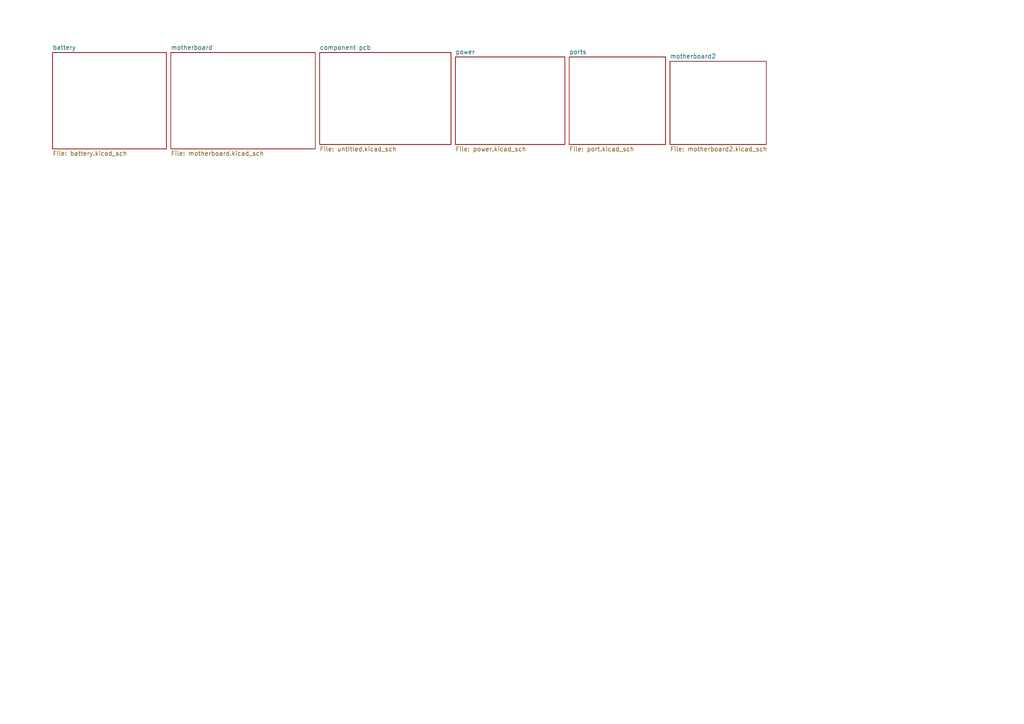
<source format=kicad_sch>
(kicad_sch (version 20230121) (generator eeschema)

  (uuid 5fc31bad-36d8-475d-8be1-c35c301b8728)

  (paper "A4")

  (lib_symbols
  )


  (sheet (at 15.24 15.24) (size 33.02 27.94) (fields_autoplaced)
    (stroke (width 0.1524) (type solid))
    (fill (color 0 0 0 0.0000))
    (uuid 23addc06-e391-465a-9718-cd1838621e19)
    (property "Sheetname" "battery" (at 15.24 14.5284 0)
      (effects (font (size 1.27 1.27)) (justify left bottom))
    )
    (property "Sheetfile" "battery.kicad_sch" (at 15.24 43.7646 0)
      (effects (font (size 1.27 1.27)) (justify left top))
    )
    (instances
      (project "echelon"
        (path "/5fc31bad-36d8-475d-8be1-c35c301b8728" (page "2"))
      )
    )
  )

  (sheet (at 92.71 15.24) (size 38.1 26.67) (fields_autoplaced)
    (stroke (width 0.1524) (type solid))
    (fill (color 0 0 0 0.0000))
    (uuid 6aedfbca-31f5-43a7-bf9d-2ecc96db9bbb)
    (property "Sheetname" "component pcb" (at 92.71 14.5284 0)
      (effects (font (size 1.27 1.27)) (justify left bottom))
    )
    (property "Sheetfile" "untitled.kicad_sch" (at 92.71 42.4946 0)
      (effects (font (size 1.27 1.27)) (justify left top))
    )
    (instances
      (project "echelon"
        (path "/5fc31bad-36d8-475d-8be1-c35c301b8728" (page "4"))
      )
    )
  )

  (sheet (at 194.31 17.78) (size 27.94 24.13) (fields_autoplaced)
    (stroke (width 0.1524) (type solid))
    (fill (color 0 0 0 0.0000))
    (uuid 7c6babe4-9f43-400b-acdb-183f407034f2)
    (property "Sheetname" "motherboard2" (at 194.31 17.0684 0)
      (effects (font (size 1.27 1.27)) (justify left bottom))
    )
    (property "Sheetfile" "motherboard2.kicad_sch" (at 194.31 42.4946 0)
      (effects (font (size 1.27 1.27)) (justify left top))
    )
    (instances
      (project "echelon"
        (path "/5fc31bad-36d8-475d-8be1-c35c301b8728" (page "7"))
      )
    )
  )

  (sheet (at 49.53 15.24) (size 41.91 27.94) (fields_autoplaced)
    (stroke (width 0.1524) (type solid))
    (fill (color 0 0 0 0.0000))
    (uuid a6f4d48b-1f47-4be8-8865-9c8b24a9a614)
    (property "Sheetname" "motherboard" (at 49.53 14.5284 0)
      (effects (font (size 1.27 1.27)) (justify left bottom))
    )
    (property "Sheetfile" "motherboard.kicad_sch" (at 49.53 43.7646 0)
      (effects (font (size 1.27 1.27)) (justify left top))
    )
    (instances
      (project "echelon"
        (path "/5fc31bad-36d8-475d-8be1-c35c301b8728" (page "3"))
      )
    )
  )

  (sheet (at 132.08 16.51) (size 31.75 25.4) (fields_autoplaced)
    (stroke (width 0.1524) (type solid))
    (fill (color 0 0 0 0.0000))
    (uuid a812bb0d-d35d-4272-a56d-1b8191a18817)
    (property "Sheetname" "power" (at 132.08 15.7984 0)
      (effects (font (size 1.27 1.27)) (justify left bottom))
    )
    (property "Sheetfile" "power.kicad_sch" (at 132.08 42.4946 0)
      (effects (font (size 1.27 1.27)) (justify left top))
    )
    (instances
      (project "echelon"
        (path "/5fc31bad-36d8-475d-8be1-c35c301b8728" (page "5"))
      )
    )
  )

  (sheet (at 165.1 16.51) (size 27.94 25.4) (fields_autoplaced)
    (stroke (width 0.1524) (type solid))
    (fill (color 0 0 0 0.0000))
    (uuid c8a523de-a27c-422a-8a30-078740471336)
    (property "Sheetname" "ports " (at 165.1 15.7984 0)
      (effects (font (size 1.27 1.27)) (justify left bottom))
    )
    (property "Sheetfile" "port.kicad_sch" (at 165.1 42.4946 0)
      (effects (font (size 1.27 1.27)) (justify left top))
    )
    (instances
      (project "echelon"
        (path "/5fc31bad-36d8-475d-8be1-c35c301b8728" (page "6"))
      )
    )
  )

  (sheet_instances
    (path "/" (page "1"))
  )
)

</source>
